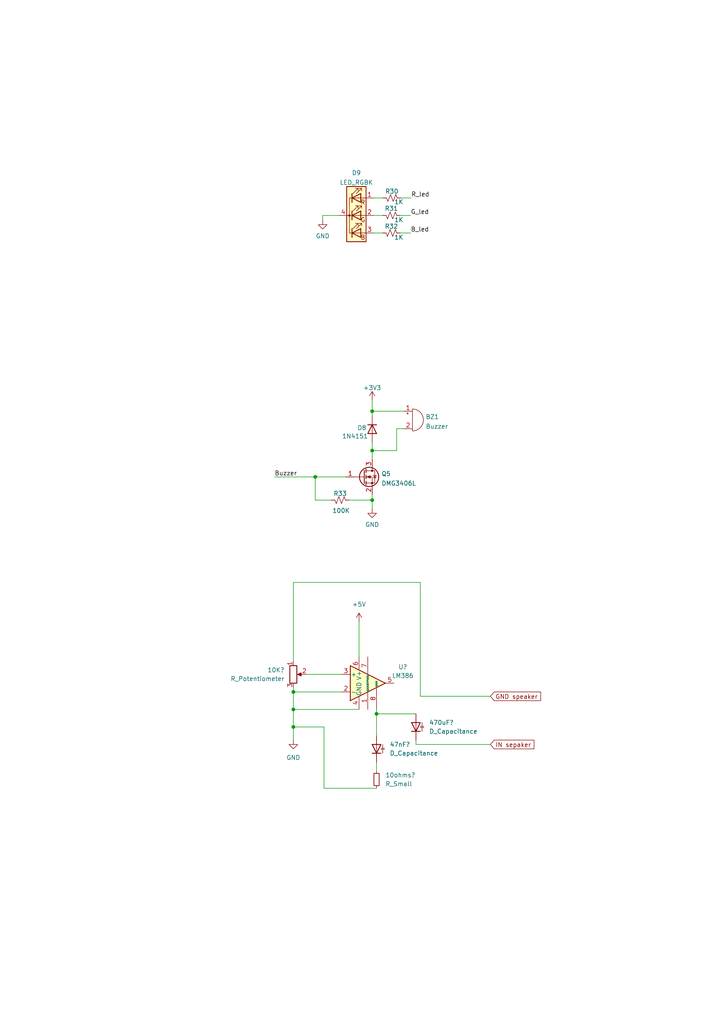
<source format=kicad_sch>
(kicad_sch (version 20211123) (generator eeschema)
  (paper "A4" portrait)
  (lib_symbols
    (symbol "Amplifier_Audio:LM386" (pin_names (offset 0.127))
      (property "Reference" "U" (at 1.27 7.62 0))
      (property "Value" "LM386" (at 1.27 5.08 0))
      (symbol "LM386_0_1"
        (polyline (pts (xy 5.08 0) (xy -5.08 5.08) (xy -5.08 -5.08) (xy 5.08 0)) (stroke (width 0.254)) (fill (type background)))
      )
      (symbol "LM386_1_1"
        (pin input line (at 0 -7.62 90) (length 5.08) (name "GAIN") (number "1"))
        (pin input line (at -7.62 -2.54 0) (length 2.54) (name "-") (number "2"))
        (pin input line (at -7.62 2.54 0) (length 2.54) (name "+") (number "3"))
        (pin power_in line (at -2.54 -7.62 90) (length 3.81) (name "GND") (number "4"))
        (pin output line (at 7.62 0 180) (length 2.54) (name "~") (number "5"))
        (pin power_in line (at -2.54 7.62 270) (length 3.81) (name "V+") (number "6"))
        (pin input line (at 0 7.62 270) (length 5.08) (name "BYPASS") (number "7"))
        (pin input line (at 2.54 -7.62 90) (length 6.35) (name "GAIN") (number "8"))
      )
    )
    (symbol "Device:Buzzer" (pin_names (offset 0.0254) hide)
      (property "Reference" "BZ" (at 3.81 1.27 0))
      (property "Value" "Buzzer" (at 3.81 -1.27 0))
      (symbol "Buzzer_0_1"
        (arc (start 0 -3.175) (mid 3.175 0) (end 0 3.175))
        (polyline (pts (xy -1.651 1.905) (xy -1.143 1.905)))
        (polyline (pts (xy -1.397 2.159) (xy -1.397 1.651)))
        (polyline (pts (xy 0 3.175) (xy 0 -3.175)))
      )
      (symbol "Buzzer_1_1"
        (pin passive line (at -2.54 2.54 0) (length 2.54) (name "-") (number "1"))
        (pin passive line (at -2.54 -2.54 0) (length 2.54) (name "+") (number "2"))
      )
    )
    (symbol "Device:D_Capacitance" (pin_numbers hide) (pin_names (offset 1.016) hide)
      (property "Reference" "D" (at 0 2.54 0))
      (property "Value" "D_Capacitance" (at 0 -3.302 0))
      (symbol "D_Capacitance_0_1"
        (polyline (pts (xy -1.27 -1.778) (xy -0.1524 -1.778)))
        (polyline (pts (xy -1.27 0) (xy 1.27 0)))
        (polyline (pts (xy -1.27 1.27) (xy -1.27 -1.27)) (stroke (width 0.254)))
        (polyline (pts (xy -0.1524 -1.27) (xy -0.1524 -2.286)))
        (polyline (pts (xy 0.1524 -1.778) (xy 1.27 -1.778)))
        (polyline (pts (xy 0.1524 -1.27) (xy 0.1524 -2.286)))
        (polyline (pts (xy 1.27 1.27) (xy 1.27 -1.27) (xy -1.27 0) (xy 1.27 1.27)) (stroke (width 0.254)))
      )
      (symbol "D_Capacitance_1_1"
        (pin passive line (at -3.81 0 0) (length 2.54) (name "K") (number "1"))
        (pin passive line (at 3.81 0 180) (length 2.54) (name "A") (number "2"))
      )
    )
    (symbol "Device:LED_RGBK" (pin_names (offset 0) hide)
      (property "Reference" "D" (at 0 9.398 0))
      (property "Value" "LED_RGBK" (at 0 -8.89 0))
      (symbol "LED_RGBK_0_0"
        (text "B" (at 1.905 -6.35 0) (effects (font (size 1.27 1.27))))
        (text "G" (at 1.905 -1.27 0) (effects (font (size 1.27 1.27))))
        (text "R" (at 1.905 3.81 0) (effects (font (size 1.27 1.27))))
      )
      (symbol "LED_RGBK_0_1"
        (circle (center -2.032 0) (radius 0.254) (fill (type outline)))
        (polyline (pts (xy -1.27 -5.08) (xy 1.27 -5.08)))
        (polyline (pts (xy -1.27 -3.81) (xy -1.27 -6.35)) (stroke (width 0.254)))
        (polyline (pts (xy -1.27 0) (xy -2.54 0)))
        (polyline (pts (xy -1.27 1.27) (xy -1.27 -1.27)) (stroke (width 0.254)))
        (polyline (pts (xy -1.27 5.08) (xy 1.27 5.08)))
        (polyline (pts (xy -1.27 6.35) (xy -1.27 3.81)) (stroke (width 0.254)))
        (polyline (pts (xy 1.27 -5.08) (xy 2.54 -5.08)))
        (polyline (pts (xy 1.27 0) (xy -1.27 0)))
        (polyline (pts (xy 1.27 0) (xy 2.54 0)))
        (polyline (pts (xy 1.27 5.08) (xy 2.54 5.08)))
        (polyline (pts (xy -1.27 1.27) (xy -1.27 -1.27) (xy -1.27 -1.27)))
        (polyline (pts (xy -1.27 6.35) (xy -1.27 3.81) (xy -1.27 3.81)))
        (polyline (pts (xy -1.27 5.08) (xy -2.032 5.08) (xy -2.032 -5.08) (xy -1.016 -5.08)))
        (polyline (pts (xy 1.27 -3.81) (xy 1.27 -6.35) (xy -1.27 -5.08) (xy 1.27 -3.81)) (stroke (width 0.254)))
        (polyline (pts (xy 1.27 1.27) (xy 1.27 -1.27) (xy -1.27 0) (xy 1.27 1.27)) (stroke (width 0.254)))
        (polyline (pts (xy 1.27 6.35) (xy 1.27 3.81) (xy -1.27 5.08) (xy 1.27 6.35)) (stroke (width 0.254)))
        (polyline (pts (xy -1.016 -3.81) (xy 0.508 -2.286) (xy -0.254 -2.286) (xy 0.508 -2.286) (xy 0.508 -3.048)))
        (polyline (pts (xy -1.016 1.27) (xy 0.508 2.794) (xy -0.254 2.794) (xy 0.508 2.794) (xy 0.508 2.032)))
        (polyline (pts (xy -1.016 6.35) (xy 0.508 7.874) (xy -0.254 7.874) (xy 0.508 7.874) (xy 0.508 7.112)))
        (polyline (pts (xy 0 -3.81) (xy 1.524 -2.286) (xy 0.762 -2.286) (xy 1.524 -2.286) (xy 1.524 -3.048)))
        (polyline (pts (xy 0 1.27) (xy 1.524 2.794) (xy 0.762 2.794) (xy 1.524 2.794) (xy 1.524 2.032)))
        (polyline (pts (xy 0 6.35) (xy 1.524 7.874) (xy 0.762 7.874) (xy 1.524 7.874) (xy 1.524 7.112)))
        (rectangle (start 1.27 -1.27) (end 1.27 1.27))
        (rectangle (start 1.27 1.27) (end 1.27 1.27))
        (rectangle (start 1.27 3.81) (end 1.27 6.35))
        (rectangle (start 1.27 6.35) (end 1.27 6.35))
        (rectangle (start 2.794 8.382) (end -2.794 -7.62) (stroke (width 0.254)) (fill (type background)))
      )
      (symbol "LED_RGBK_1_1"
        (pin passive line (at 5.08 5.08 180) (length 2.54) (name "RA") (number "1"))
        (pin passive line (at 5.08 0 180) (length 2.54) (name "GA") (number "2"))
        (pin passive line (at 5.08 -5.08 180) (length 2.54) (name "BA") (number "3"))
        (pin passive line (at -5.08 0 0) (length 2.54) (name "K") (number "4"))
      )
    )
    (symbol "Device:R_Potentiometer" (pin_names (offset 1.016) hide)
      (property "Reference" "RV" (at -4.445 0 90))
      (property "Value" "R_Potentiometer" (at -2.54 0 90))
      (symbol "R_Potentiometer_0_1"
        (polyline (pts (xy 2.54 0) (xy 1.524 0)))
        (polyline (pts (xy 1.143 0) (xy 2.286 0.508) (xy 2.286 -0.508) (xy 1.143 0)) (fill (type outline)))
        (rectangle (start 1.016 2.54) (end -1.016 -2.54) (stroke (width 0.254)))
      )
      (symbol "R_Potentiometer_1_1"
        (pin passive line (at 0 3.81 270) (length 1.27) (name "1") (number "1"))
        (pin passive line (at 3.81 0 180) (length 1.27) (name "2") (number "2"))
        (pin passive line (at 0 -3.81 90) (length 1.27) (name "3") (number "3"))
      )
    )
    (symbol "Device:R_Small" (pin_numbers hide) (pin_names (offset 0.254) hide)
      (property "Reference" "R" (at 0.762 0.508 0))
      (property "Value" "R_Small" (at 0.762 -1.016 0))
      (symbol "R_Small_0_1"
        (rectangle (start -0.762 1.778) (end 0.762 -1.778) (stroke (width 0.2032)))
      )
      (symbol "R_Small_1_1"
        (pin passive line (at 0 2.54 270) (length 0.762) (name "~") (number "1"))
        (pin passive line (at 0 -2.54 90) (length 0.762) (name "~") (number "2"))
      )
    )
    (symbol "Device:R_Small_US" (pin_numbers hide) (pin_names (offset 0.254) hide)
      (property "Reference" "R" (at 0.762 0.508 0))
      (property "Value" "R_Small_US" (at 0.762 -1.016 0))
      (symbol "R_Small_US_1_1"
        (polyline (pts (xy 0 0) (xy 1.016 -0.381) (xy 0 -0.762) (xy -1.016 -1.143) (xy 0 -1.524)))
        (polyline (pts (xy 0 1.524) (xy 1.016 1.143) (xy 0 0.762) (xy -1.016 0.381) (xy 0 0)))
        (pin passive line (at 0 2.54 270) (length 1.016) (name "~") (number "1"))
        (pin passive line (at 0 -2.54 90) (length 1.016) (name "~") (number "2"))
      )
    )
    (symbol "Diode:1N4151" (pin_numbers hide) (pin_names (offset 1.016) hide)
      (property "Reference" "D" (at 0 2.54 0))
      (property "Value" "1N4151" (at 0 -2.54 0))
      (symbol "1N4151_0_1"
        (polyline (pts (xy -1.27 1.27) (xy -1.27 -1.27)) (stroke (width 0.254)))
        (polyline (pts (xy 1.27 0) (xy -1.27 0)))
        (polyline (pts (xy 1.27 1.27) (xy 1.27 -1.27) (xy -1.27 0) (xy 1.27 1.27)) (stroke (width 0.254)))
      )
      (symbol "1N4151_1_1"
        (pin passive line (at -3.81 0 0) (length 2.54) (name "K") (number "1"))
        (pin passive line (at 3.81 0 180) (length 2.54) (name "A") (number "2"))
      )
    )
    (symbol "Transistor_FET:DMG3406L" (pin_names hide)
      (property "Reference" "Q" (at 5.08 1.905 0))
      (property "Value" "DMG3406L" (at 5.08 0 0))
      (symbol "DMG3406L_0_1"
        (polyline (pts (xy 0.254 0) (xy -2.54 0)))
        (polyline (pts (xy 0.254 1.905) (xy 0.254 -1.905)) (stroke (width 0.254)))
        (polyline (pts (xy 0.762 -1.27) (xy 0.762 -2.286)) (stroke (width 0.254)))
        (polyline (pts (xy 0.762 0.508) (xy 0.762 -0.508)) (stroke (width 0.254)))
        (polyline (pts (xy 0.762 2.286) (xy 0.762 1.27)) (stroke (width 0.254)))
        (polyline (pts (xy 2.54 2.54) (xy 2.54 1.778)))
        (polyline (pts (xy 2.54 -2.54) (xy 2.54 0) (xy 0.762 0)))
        (polyline (pts (xy 0.762 -1.778) (xy 3.302 -1.778) (xy 3.302 1.778) (xy 0.762 1.778)))
        (polyline (pts (xy 1.016 0) (xy 2.032 0.381) (xy 2.032 -0.381) (xy 1.016 0)) (fill (type outline)))
        (polyline (pts (xy 2.794 0.508) (xy 2.921 0.381) (xy 3.683 0.381) (xy 3.81 0.254)))
        (polyline (pts (xy 3.302 0.381) (xy 2.921 -0.254) (xy 3.683 -0.254) (xy 3.302 0.381)))
        (circle (center 1.651 0) (radius 2.794) (stroke (width 0.254)))
        (circle (center 2.54 -1.778) (radius 0.254) (fill (type outline)))
        (circle (center 2.54 1.778) (radius 0.254) (fill (type outline)))
      )
      (symbol "DMG3406L_1_1"
        (pin input line (at -5.08 0 0) (length 2.54) (name "G") (number "1"))
        (pin passive line (at 2.54 -5.08 90) (length 2.54) (name "S") (number "2"))
        (pin passive line (at 2.54 5.08 270) (length 2.54) (name "D") (number "3"))
      )
    )
    (symbol "power:+3.3V" (power) (pin_names (offset 0))
      (property "Value" "+3.3V" (at 0 3.556 0))
      (symbol "+3.3V_0_1"
        (polyline (pts (xy -0.762 1.27) (xy 0 2.54)))
        (polyline (pts (xy 0 0) (xy 0 2.54)))
        (polyline (pts (xy 0 2.54) (xy 0.762 1.27)))
      )
      (symbol "+3.3V_1_1"
        (pin power_in line (at 0 0 90) (length 0) hide (name "+3V3") (number "1"))
      )
    )
    (symbol "power:+5V" (power) (pin_names (offset 0))
      (property "Value" "+5V" (at 0 3.556 0))
      (symbol "+5V_0_1"
        (polyline (pts (xy -0.762 1.27) (xy 0 2.54)))
        (polyline (pts (xy 0 0) (xy 0 2.54)))
        (polyline (pts (xy 0 2.54) (xy 0.762 1.27)))
      )
      (symbol "+5V_1_1"
        (pin power_in line (at 0 0 90) (length 0) hide (name "+5V") (number "1"))
      )
    )
    (symbol "power:GND" (power) (pin_names (offset 0))
      (property "Value" "GND" (at 0 -3.81 0))
      (symbol "GND_0_1"
        (polyline (pts (xy 0 0) (xy 0 -1.27) (xy 1.27 -1.27) (xy 0 -2.54) (xy -1.27 -1.27) (xy 0 -1.27)))
      )
      (symbol "GND_1_1"
        (pin power_in line (at 0 0 270) (length 0) hide (name "GND") (number "1"))
      )
    )
  )
  (junction (at 85.09 200.66))
  (junction (at 109.22 207.01))
  (junction (at 107.95 145.034))
  (junction (at 91.44 138.303))
  (junction (at 107.95 119.253))
  (junction (at 85.09 205.74))
  (junction (at 85.09 210.82))
  (junction (at 107.95 130.683))
  (wire (pts (xy 85.09 205.74) (xy 85.09 210.82)))
  (wire (pts (xy 93.599 63.881) (xy 93.599 62.484)))
  (wire (pts (xy 119.126 62.484) (xy 116.078 62.484)))
  (wire (pts (xy 107.95 116.078) (xy 107.95 119.253)))
  (wire (pts (xy 107.95 130.683) (xy 107.95 133.223)))
  (wire (pts (xy 121.92 168.91) (xy 121.92 201.93)))
  (wire (pts (xy 93.98 210.82) (xy 85.09 210.82)))
  (wire (pts (xy 109.22 207.01) (xy 109.22 213.36)))
  (wire (pts (xy 109.22 205.74) (xy 109.22 207.01)))
  (wire (pts (xy 104.14 180.34) (xy 104.14 190.5)))
  (wire (pts (xy 109.22 207.01) (xy 120.65 207.01)))
  (wire (pts (xy 107.95 130.683) (xy 115.062 130.683)))
  (wire (pts (xy 108.458 57.404) (xy 111.125 57.404)))
  (wire (pts (xy 88.9 195.58) (xy 99.06 195.58)))
  (wire (pts (xy 107.95 145.034) (xy 107.95 147.574)))
  (wire (pts (xy 107.95 119.253) (xy 107.95 120.65)))
  (wire (pts (xy 91.44 145.034) (xy 91.44 138.303)))
  (wire (pts (xy 85.09 205.74) (xy 104.14 205.74)))
  (wire (pts (xy 85.09 191.77) (xy 85.09 168.91)))
  (wire (pts (xy 115.062 124.333) (xy 115.062 130.683)))
  (wire (pts (xy 119.126 67.564) (xy 116.078 67.564)))
  (wire (pts (xy 109.22 220.98) (xy 109.22 223.52)))
  (wire (pts (xy 79.629 138.303) (xy 91.44 138.303)))
  (wire (pts (xy 93.599 62.484) (xy 98.298 62.484)))
  (wire (pts (xy 93.98 228.6) (xy 93.98 210.82)))
  (wire (pts (xy 107.95 143.383) (xy 107.95 145.034)))
  (wire (pts (xy 85.09 199.39) (xy 85.09 200.66)))
  (wire (pts (xy 85.09 200.66) (xy 85.09 205.74)))
  (wire (pts (xy 96.139 145.034) (xy 91.44 145.034)))
  (wire (pts (xy 107.95 128.27) (xy 107.95 130.683)))
  (wire (pts (xy 85.09 168.91) (xy 121.92 168.91)))
  (wire (pts (xy 120.65 214.63) (xy 120.65 215.9)))
  (wire (pts (xy 119.253 57.404) (xy 116.205 57.404)))
  (wire (pts (xy 85.09 200.66) (xy 99.06 200.66)))
  (wire (pts (xy 108.458 62.484) (xy 110.998 62.484)))
  (wire (pts (xy 101.219 145.034) (xy 107.95 145.034)))
  (wire (pts (xy 91.44 138.303) (xy 100.33 138.303)))
  (wire (pts (xy 85.09 210.82) (xy 85.09 214.63)))
  (wire (pts (xy 107.95 119.253) (xy 117.094 119.253)))
  (wire (pts (xy 115.062 124.333) (xy 117.094 124.333)))
  (wire (pts (xy 109.22 228.6) (xy 93.98 228.6)))
  (wire (pts (xy 108.458 67.564) (xy 110.998 67.564)))
  (wire (pts (xy 121.92 201.93) (xy 142.24 201.93)))
  (wire (pts (xy 120.65 215.9) (xy 142.24 215.9)))
  (label "Buzzer" (at 79.629 138.303 0))
  (label "B_led" (at 119.126 67.564 0))
  (label "R_led" (at 119.253 57.404 0))
  (label "G_led" (at 119.126 62.484 0))
  (global_label "GND speaker" (shape input) (at 142.24 201.93 0) (property "Intersheet References" "${INTERSHEET_REFS}" (effects hide)))
  (global_label "IN sepaker" (shape input) (at 142.24 215.9 0) (property "Intersheet References" "${INTERSHEET_REFS}" (effects hide)))
  (symbol (lib_id "Device:R_Small_US") (at 113.538 62.484 90) (mirror x) (unit 1)
    (property "Reference" "R31" (at 113.538 60.452 90))
    (property "Value" "1K" (at 115.697 63.754 90))
    (property "Footprint" "Resistor_SMD:R_0805_2012Metric" (effects hide))
  )
  (symbol (lib_id "Diode:1N4151") (at 107.95 124.46 270) (unit 1)
    (property "Reference" "D8" (at 103.632 124.079 90) (effects (justify left)))
    (property "Value" "1N4151" (at 99.187 126.492 90) (effects (justify left)))
    (property "Footprint" "Diode_SMD:D_0805_2012Metric" (effects hide))
    (property "Datasheet" "http://www.microsemi.com/document-portal/doc_view/11580-lds-0239" (effects hide))
  )
  (symbol (lib_id "power:+3.3V") (at 107.95 116.078 0) (unit 1)
    (property "Reference" "#PWR076" (effects hide))
    (property "Value" "+3.3V" (at 107.95 112.4735 0))
  )
  (symbol (lib_id "Amplifier_Audio:LM386") (at 106.68 198.12 0) (unit 1)
    (property "Reference" "U?" (at 116.84 193.421 0))
    (property "Value" "LM386" (at 116.84 195.961 0))
    (property "Datasheet" "http://www.ti.com/lit/ds/symlink/lm386.pdf" (effects hide))
  )
  (symbol (lib_id "Device:R_Small_US") (at 98.679 145.034 90) (mirror x) (unit 1)
    (property "Reference" "R33" (at 98.679 143.129 90))
    (property "Value" "100K" (at 98.933 148.082 90))
    (property "Footprint" "Resistor_SMD:R_0805_2012Metric" (effects hide))
  )
  (symbol (lib_id "power:+5V") (at 104.14 180.34 0) (unit 1)
    (property "Reference" "#PWR?" (effects hide))
    (property "Value" "+5V" (at 104.14 175.26 0))
  )
  (symbol (lib_id "Device:R_Small_US") (at 113.665 57.404 90) (mirror x) (unit 1)
    (property "Reference" "R30" (at 113.665 55.499 90))
    (property "Value" "1K" (at 115.697 58.547 90))
    (property "Footprint" "Resistor_SMD:R_0805_2012Metric" (effects hide))
  )
  (symbol (lib_id "power:GND") (at 93.599 63.881 0) (unit 1)
    (property "Reference" "#PWR077" (effects hide))
    (property "Value" "GND" (at 93.599 68.4435 0))
  )
  (symbol (lib_id "Transistor_FET:DMG3406L") (at 105.41 138.303 0) (unit 1)
    (property "Reference" "Q5" (at 110.617 137.3945 0) (effects (justify left)))
    (property "Value" "DMG3406L" (at 110.617 140.1696 0) (effects (justify left)))
    (property "Footprint" "Package_TO_SOT_SMD:SOT-23" (effects hide))
    (property "Datasheet" "http://www.diodes.com/assets/Datasheets/DMG3406L.pdf" (effects hide))
  )
  (symbol (lib_id "Device:Buzzer") (at 119.634 121.793 0) (unit 1)
    (property "Reference" "BZ1" (at 123.444 120.8845 0) (effects (justify left)))
    (property "Value" "Buzzer" (at 123.444 123.6596 0) (effects (justify left)))
    (property "Footprint" "Buzzer_Beeper:Buzzer_Murata_PKMCS0909E" (effects hide))
  )
  (symbol (lib_id "power:GND") (at 85.09 214.63 0) (unit 1)
    (property "Reference" "#PWR?" (effects hide))
    (property "Value" "GND" (at 85.09 219.71 0))
  )
  (symbol (lib_id "Device:R_Small") (at 109.22 226.06 0) (unit 1)
    (property "Reference" "10ohms?" (at 111.76 224.7899 0) (effects (justify left)))
    (property "Value" "R_Small" (at 111.76 227.3299 0) (effects (justify left)))
  )
  (symbol (lib_id "Device:R_Small_US") (at 113.538 67.564 90) (mirror x) (unit 1)
    (property "Reference" "R32" (at 113.538 65.659 90))
    (property "Value" "1K" (at 115.697 68.834 90))
    (property "Footprint" "Resistor_SMD:R_0805_2012Metric" (effects hide))
  )
  (symbol (lib_id "Device:D_Capacitance") (at 120.65 210.82 90) (unit 1)
    (property "Reference" "470uF?" (at 124.46 209.5499 90) (effects (justify right)))
    (property "Value" "D_Capacitance" (at 124.46 212.0899 90) (effects (justify right)))
  )
  (symbol (lib_id "Device:D_Capacitance") (at 109.22 217.17 90) (unit 1)
    (property "Reference" "47nF?" (at 113.03 215.8999 90) (effects (justify right)))
    (property "Value" "D_Capacitance" (at 113.03 218.4399 90) (effects (justify right)))
  )
  (symbol (lib_id "Device:R_Potentiometer") (at 85.09 195.58 0) (unit 1)
    (property "Reference" "10K?" (at 82.55 194.3099 0) (effects (justify right)))
    (property "Value" "R_Potentiometer" (at 82.55 196.8499 0) (effects (justify right)))
  )
  (symbol (lib_id "Device:LED_RGBK") (at 103.378 62.484 0) (unit 1)
    (property "Reference" "D9" (at 103.378 50.1355 0))
    (property "Value" "LED_RGBK" (at 103.378 52.9106 0))
    (property "Footprint" "LED_SMD:LED_RGB_5050-6" (effects hide))
  )
  (symbol (lib_id "power:GND") (at 107.95 147.574 0) (unit 1)
    (property "Reference" "#PWR078" (effects hide))
    (property "Value" "GND" (at 107.95 152.1365 0))
  )
)
</source>
